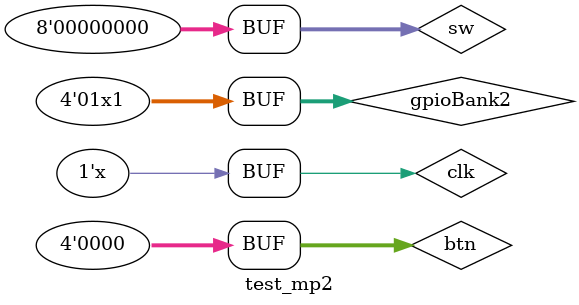
<source format=v>

module test_mp2();
reg[3:0] gpioBank2; //Allow control over input values.

//gpioBank2[0] is MOSI
//gpioBank2[1] is SCLK
//gpioBank2[2] is CS
//gpioBank2[3] is FAULT
//gpioBank1[0] is MISO

reg clk;
reg[7:0] sw;
reg[3:0] btn;
wire[7:0] led;
wire[3:0] gpioBank1;

always #10 clk=!clk;    // 50MHz Clock
always #1000 gpioBank2[1]=!gpioBank2[1]; //500KHz clock which corresponds to a clock divider of 32.

mp2 dut(led, gpioBank1, gpioBank2, clk, sw, btn);

initial begin
gpioBank2=4'b0000; clk=0; sw=8'b0; btn=4'b0;
#2000 gpioBank2[2]=0; gpioBank2[1]=0;//CS asserted low, and sclk must be low when we started, now let's write to 1111111!
      gpioBank2[0]=0;
#2000 gpioBank2[0]=1;
#2000 gpioBank2[0]=1;
#2000 gpioBank2[0]=0;
#2000 gpioBank2[0]=1;
#2000 gpioBank2[0]=0;
#2000 gpioBank2[0]=0;
#2000 gpioBank2[0]=0;
//Now shift in some data.
#2000 gpioBank2[0]=1;
#2000 gpioBank2[0]=1;
#2000 gpioBank2[0]=1;
#2000 gpioBank2[0]=1;
#2000 gpioBank2[0]=1;
#2000 gpioBank2[0]=0;
#2000 gpioBank2[0]=1;
#2000 gpioBank2[0]=0;

#2000 gpioBank2[2]=1; //Wait for FSM completion,CS asserted HIGH to stop data comms.

#10000 gpioBank2[2]=0; gpioBank2[1]=0;//Wait for write completion, now assert CS low.
//Now try to read the address.
      gpioBank2[0]=0;
#2000 gpioBank2[0]=1;
#2000 gpioBank2[0]=1;
#2000 gpioBank2[0]=0;
#2000 gpioBank2[0]=1;
#2000 gpioBank2[0]=0;
#2000 gpioBank2[0]=0;
#2000 gpioBank2[0]=1;
#16000 gpioBank2[2]=1; //Wait for completion, then pull up chip select.
end

endmodule

</source>
